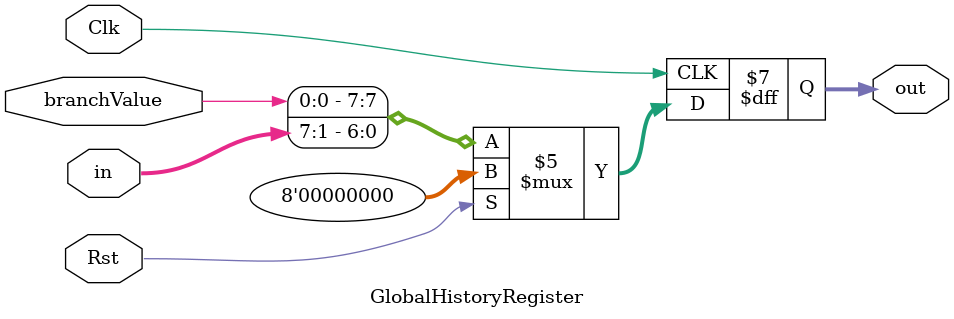
<source format=v>
`timescale 1ns / 1ps


module GlobalHistoryRegister(branchValue, in, Clk, Rst, out);
    parameter GHL = 8;
    input [GHL - 1 : 0] in;
    input branchValue, Clk, Rst;
    output reg [GHL - 1 : 0] out;
        
    initial begin
        out <= 0;
    end
    
    always @(negedge Clk) begin
        if (Rst == 1'b1) begin
            out <= {GHL{1'b0}};
        end
        else begin
            out <= {branchValue, in[1 +: GHL - 1]};
        end
//        out[0] <= 1'b1;
    end   

endmodule


</source>
